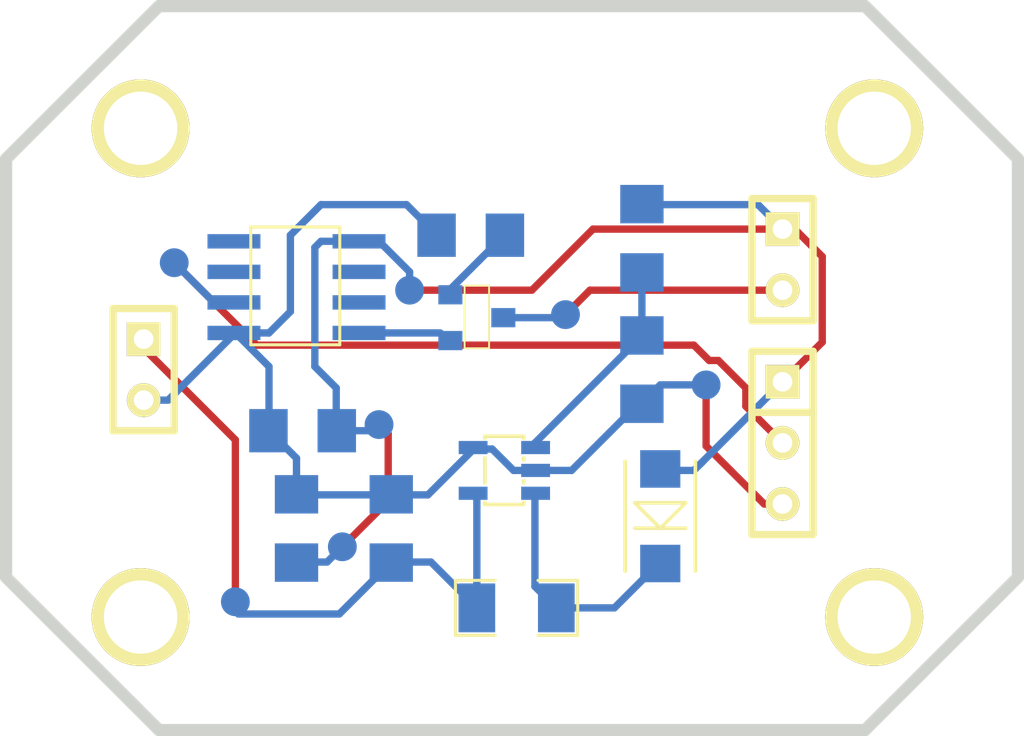
<source format=kicad_pcb>
(kicad_pcb (version 4) (host json2kicad_pcb "2021-11-30 02:51:55")

  (general
    (links 0)
    (no_connects 0)
    (area -41.148 -17.78 3.81 12.319)
    (thickness 1.6002)
    (drawings 0)
    (tracks 95)
    (zones 0)
    (modules 18)
    (nets 64)
  )

  (page A3)
  (title_block
    (date "30 dec 2015")
  )

  (layers
  (0 B.Cu signal)
  (1 Inner1.Cu signal)
  (2 Inner2.Cu signal)
  (15 F.Cu signal)
  (20 B.SilkS user)
  (21 F.SilkS user)
  (22 B.Paste user)
  (23 F.Paste user)
  (24 Dwgs.User user)
  (25 Cmts.User user)
  (26 Eco1.User user)
  (27 Eco2.User user)
  (28 Edge.Cuts user)
  (31 B.Cu signal)
  (32 B.Adhes user)
  (33 F.Adhes user)
  (34 B.Paste user)
  (35 F.Paste user)
  (36 B.SilkS user)
  (37 F.SilkS user)
  (38 B.Mask user)
  (39 F.Mask user)
  (40 Dwgs.User user)
  (41 Cmts.User user)
  (42 Eco1.User user)
  (43 Eco2.User user)
  (44 Edge.Cuts user)
  )

  (setup
(last_trace_width 0.254)
    (trace_clearance 0.254)
    (zone_clearance 0.508)
    (zone_45_only no)
    (trace_min 0.254)
    (segment_width 0.2)
    (edge_width 0.1)
    (via_size 1.19888)
    (via_drill 0.635)
    (via_min_size 0.889)
    (via_min_drill 0.508)
    (uvia_size 0.508)
    (uvia_drill 0.127)
    (uvias_allowed no)
    (uvia_min_size 0.508)
    (uvia_min_drill 0.127)
    (pcb_text_width 0.3)
    (pcb_text_size 1.5 1.5)
    (mod_edge_width 0.15)
    (mod_text_size 1 1)
    (mod_text_width 0.15)
    (pad_size 1.5 1.5)
    (pad_drill 0.6)
    (pad_to_mask_clearance 0)
    (aux_axis_origin 0 0)
    (visible_elements 7FFFFFFF)
    (pcbplotparams
      (layerselection 0x00030_80000001)
      (usegerberextensions true)
      (excludeedgelayer true)
      (linewidth 0.150000)
      (plotframeref false)
      (viasonmask false)
      (mode 1)
      (useauxorigin false)
      (hpglpennumber 1)
      (hpglpenspeed 20)
      (hpglpendiameter 15)
      (hpglpenoverlay 2)
      (psnegative false)
      (psa4output false)
      (plotreference true)
      (plotvalue true)
      (plotinvisibletext false)
      (padsonsilk false)
      (subtractmaskfromsilk false)
      (outputformat 1)
      (mirror false)
      (drillshape 1)
      (scaleselection 1)
      (outputdirectory ""))
  )

  (net 0 "")
  (net 1 "N-00001")
  (net 2 "N-00002")
  (net 3 "N-00003")
  (net 4 "N-00004")
  (net 5 "N-00005")
  (net 6 "N-00006")
  (net 7 "N-00007")
  (net 8 "N-00008")
  (net 9 "N-00009")
  (net 27 "N-00027")
  (net 29 "N-00029")
  (net 26 "N-00026")
  (net 28 "N-00028")
  (net 20 "N-00020")
  (net 30 "N-00030")
  (net 22 "N-00022")
  (net 31 "N-00031")
  (net 32 "N-00032")
  (net 33 "N-00033")
  (net 34 "N-00034")
  (net 35 "N-00035")
  (net 36 "N-00036")
  (net 37 "N-00037")
  (net 38 "N-00038")
  (net 39 "N-00039")
  (net 40 "N-00040")
  (net 41 "N-00041")
  (net 42 "N-00042")
  (net 43 "N-00043")
  (net 44 "N-00044")
  (net 45 "N-00045")
  (net 46 "N-00046")
  (net 47 "N-00047")
  (net 48 "N-00048")
  (net 49 "N-00049")
  (net 50 "N-00050")
  (net 51 "N-00051")
  (net 52 "N-00052")
  (net 53 "N-00053")
  (net 54 "N-00054")
  (net 55 "N-00055")
  (net 56 "N-00056")
  (net 57 "N-00057")
  (net 58 "N-00058")
  (net 59 "N-00059")
  (net 60 "N-00060")
  (net 61 "N-00061")
  (net 62 "N-00062")
  (net 63 "N-00063")
  (net 64 "N-00064")
  (net 77 "N-00077")
  (net 66 "N-00066")
  (net 67 "N-00067")
  (net 68 "N-00068")
  (net 69 "N-00069")
  (net 70 "N-00070")
  (net 71 "N-00071")
  (net 79 "N-00079")
  (net 83 "N-00083")
  (net 81 "N-00081")
  (net 75 "N-00075")
  (net 76 "N-00076")
  (net 88 "N-00088")

  (net_class Default "This is the default net class."
    (via_dia 1.19888)
    (via_drill 0.635)
    (uvia_drill 0.127)
    (trace_width 0.254)
    (uvia_dia 0.508)
    (clearance 0.254)
    (add_net "")
    (add_net "N-00001")
    (add_net "N-00002")
    (add_net "N-00003")
    (add_net "N-00004")
    (add_net "N-00005")
    (add_net "N-00006")
    (add_net "N-00007")
    (add_net "N-00008")
    (add_net "N-00009")
    (add_net "N-00020")
    (add_net "N-00022")
    (add_net "N-00026")
    (add_net "N-00027")
    (add_net "N-00028")
    (add_net "N-00029")
    (add_net "N-00030")
    (add_net "N-00031")
    (add_net "N-00032")
    (add_net "N-00033")
    (add_net "N-00026")
    (add_net "N-00027")
    (add_net "N-00020")
    (add_net "N-00037")
    (add_net "N-00022")
    (add_net "N-00039")
    (add_net "N-00040")
    (add_net "N-00041")
    (add_net "N-00042")
    (add_net "N-00043")
    (add_net "N-00044")
    (add_net "N-00045")
    (add_net "N-00046")
    (add_net "N-00047")
    (add_net "N-00048")
    (add_net "")
    (add_net "N-00050")
    (add_net "N-00051")
    (add_net "N-00052")
    (add_net "N-00004")
    (add_net "N-00054")
    (add_net "N-00055")
    (add_net "N-00056")
    (add_net "N-00008")
    (add_net "N-00058")
    (add_net "N-00059")
    (add_net "N-00060")
    (add_net "N-00061")
    (add_net "N-00062")
    (add_net "N-00063")
    (add_net "N-00064")
    (add_net "N-00066")
    (add_net "N-00067")
    (add_net "N-00068")
    (add_net "N-00069")
    (add_net "N-00070")
    (add_net "N-00071")
    (add_net "N-00075")
    (add_net "N-00076")
    (add_net "N-00077")
    (add_net "N-00079")
    (add_net "N-00081")
    (add_net "N-00083")
    (add_net "N-00088")
    (add_net "N-00059")
    (add_net "N-00058")
    (add_net "N-00055")
    (add_net "N-00054")
    (add_net "N-00057")
    (add_net "N-00056")
    (add_net "N-00051")
    (add_net "N-00050")
    (add_net "N-00053")
    (add_net "N-00052")
    (add_net "N-00088")
    (add_net "N-00083")
    (add_net "N-00081")
    (add_net "N-00003")
    (add_net "N-00007")
    (add_net "N-00034")
    (add_net "N-00035")
    (add_net "N-00036")
    (add_net "N-00039")
    (add_net "N-00038")
    (add_net "N-00038")
    (add_net "N-00033")
    (add_net "N-00032")
    (add_net "N-00031")
    (add_net "N-00030")
    (add_net "N-00037")
    (add_net "N-00036")
    (add_net "N-00035")
    (add_net "N-00034")
    (add_net "N-00028")
    (add_net "N-00029")
    (add_net "N-00060")
    (add_net "N-00061")
    (add_net "N-00062")
    (add_net "N-00063")
    (add_net "N-00064")
    (add_net "N-00066")
    (add_net "N-00067")
    (add_net "N-00068")
    (add_net "N-00069")
    (add_net "N-00049")
    (add_net "N-00002")
    (add_net "N-00006")
    (add_net "N-00053")
    (add_net "N-00057")
    (add_net "N-00048")
    (add_net "N-00049")
    (add_net "N-00046")
    (add_net "N-00047")
    (add_net "N-00044")
    (add_net "N-00045")
    (add_net "N-00042")
    (add_net "N-00043")
    (add_net "N-00040")
    (add_net "N-00041")
    (add_net "N-00001")
    (add_net "N-00005")
    (add_net "N-00009")
    (add_net "N-00077")
    (add_net "N-00076")
    (add_net "N-00075")
    (add_net "N-00071")
    (add_net "N-00070")
    (add_net "N-00079")
  )
  (module "C1206"
    (layer "F.Cu")
    (tedit 0)
    (tstamp 0)
    (at -25.146 3.937 90.00)
    (fp_text reference "C3"
      (at -0.635 0.0 0.00)
      (layer Eco1.User)
      (effects (font (size 1.27 0.0)
        (thickness 0.0)))
    )
    (fp_text value "1uF"
      (at 3.175 0.0 0.00)
      (layer Eco1.User)
      (effects (font (size 1.27 0.0)
        (thickness 0.0)))
    )
    (fp_line (start 0.9525 0.8128) (end -0.9652 0.8128) (layer Cmts.User) (width 0.1524))
    (fp_line (start 0.9525 -0.8128) (end -0.9652 -0.8128) (layer Cmts.User) (width 0.1524))
    (fp_line (start -1.6891 0.8763) (end -0.9525 0.8763) (layer Cmts.User) (width 0.127))
    (fp_line (start -0.9525 0.8763) (end -0.9525 -0.8763) (layer Cmts.User) (width 0.127))
    (fp_line (start -0.9525 -0.8763) (end -1.6891 -0.8763) (layer Cmts.User) (width 0.127))
    (fp_line (start -1.6891 -0.8763) (end -1.6891 0.8763) (layer Cmts.User) (width 0.127))
    (fp_line (start 0.9525 0.8763) (end 1.6891 0.8763) (layer Cmts.User) (width 0.127))
    (fp_line (start 1.6891 0.8763) (end 1.6891 -0.8763) (layer Cmts.User) (width 0.127))
    (fp_line (start 1.6891 -0.8763) (end 0.9525 -0.8763) (layer Cmts.User) (width 0.127))
    (fp_line (start 0.9525 -0.8763) (end 0.9525 0.8763) (layer Cmts.User) (width 0.127))
    (pad 2 smd rect (at 1.41986 0.0 90.00) (size 1.59766 1.80086) (drill 0.0) (layers "F.Cu" "F.Paste") (net 64 N-00064))
    (pad 1 smd rect (at -1.41986 0.0 90.00) (size 1.59766 1.80086) (drill 0.0) (layers "F.Cu" "F.Paste") (net 83 N-00083))
  )

  (module "SOIC-8"
    (layer "F.Cu")
    (tedit 0)
    (tstamp 0)
    (at -29.083 -6.096 -90.00)
    (fp_text reference "IC1"
      (at -1.905 0.0 0.00)
      (layer Eco1.User)
      (effects (font (size 1.27 0.0)
        (thickness 0.0)))
    )
    (fp_text value "ATTINY13-P"
      (at -1.905 0.0 0.00)
      (layer Eco1.User)
      (effects (font (size 1.27 0.0)
        (thickness 0.0)))
    )
    (fp_line (start 2.39776 -1.89992) (end 2.39776 1.39954) (layer Cmts.User) (width 0.2032))
    (fp_line (start 2.39776 1.39954) (end 2.39776 1.89992) (layer Cmts.User) (width 0.2032))
    (fp_line (start 2.39776 1.89992) (end -2.39776 1.89992) (layer Cmts.User) (width 0.2032))
    (fp_line (start -2.39776 1.89992) (end -2.39776 1.39954) (layer Cmts.User) (width 0.2032))
    (fp_line (start -2.39776 1.39954) (end -2.39776 -1.89992) (layer Cmts.User) (width 0.2032))
    (fp_line (start -2.39776 -1.89992) (end 2.39776 -1.89992) (layer Cmts.User) (width 0.2032))
    (fp_line (start 2.39776 1.39954) (end -2.39776 1.39954) (layer Cmts.User) (width 0.2032))
    (fp_line (start -2.49936 -1.79832) (end 2.39776 -1.79832) (layer F.SilkS) (width 0.127))
    (fp_line (start 2.39776 -1.79832) (end 2.39776 1.89992) (layer F.SilkS) (width 0.127))
    (fp_line (start 2.39776 1.89992) (end -2.49936 1.89992) (layer F.SilkS) (width 0.127))
    (fp_line (start -2.49936 1.89992) (end -2.49936 -1.79832) (layer F.SilkS) (width 0.127))
    (fp_line (start -2.14884 3.0988) (end -1.65862 3.0988) (layer Cmts.User) (width 0.127))
    (fp_line (start -1.65862 3.0988) (end -1.65862 1.99898) (layer Cmts.User) (width 0.127))
    (fp_line (start -1.65862 1.99898) (end -2.14884 1.99898) (layer Cmts.User) (width 0.127))
    (fp_line (start -2.14884 1.99898) (end -2.14884 3.0988) (layer Cmts.User) (width 0.127))
    (fp_line (start -0.87884 3.0988) (end -0.38862 3.0988) (layer Cmts.User) (width 0.127))
    (fp_line (start -0.38862 3.0988) (end -0.38862 1.99898) (layer Cmts.User) (width 0.127))
    (fp_line (start -0.38862 1.99898) (end -0.87884 1.99898) (layer Cmts.User) (width 0.127))
    (fp_line (start -0.87884 1.99898) (end -0.87884 3.0988) (layer Cmts.User) (width 0.127))
    (fp_line (start 0.38862 3.0988) (end 0.87884 3.0988) (layer Cmts.User) (width 0.127))
    (fp_line (start 0.87884 3.0988) (end 0.87884 1.99898) (layer Cmts.User) (width 0.127))
    (fp_line (start 0.87884 1.99898) (end 0.38862 1.99898) (layer Cmts.User) (width 0.127))
    (fp_line (start 0.38862 1.99898) (end 0.38862 3.0988) (layer Cmts.User) (width 0.127))
    (fp_line (start 1.65862 3.0988) (end 2.14884 3.0988) (layer Cmts.User) (width 0.127))
    (fp_line (start 2.14884 3.0988) (end 2.14884 1.99898) (layer Cmts.User) (width 0.127))
    (fp_line (start 2.14884 1.99898) (end 1.65862 1.99898) (layer Cmts.User) (width 0.127))
    (fp_line (start 1.65862 1.99898) (end 1.65862 3.0988) (layer Cmts.User) (width 0.127))
    (fp_line (start 1.65862 -1.99898) (end 2.14884 -1.99898) (layer Cmts.User) (width 0.127))
    (fp_line (start 2.14884 -1.99898) (end 2.14884 -3.0988) (layer Cmts.User) (width 0.127))
    (fp_line (start 2.14884 -3.0988) (end 1.65862 -3.0988) (layer Cmts.User) (width 0.127))
    (fp_line (start 1.65862 -3.0988) (end 1.65862 -1.99898) (layer Cmts.User) (width 0.127))
    (fp_line (start 0.38862 -1.99898) (end 0.87884 -1.99898) (layer Cmts.User) (width 0.127))
    (fp_line (start 0.87884 -1.99898) (end 0.87884 -3.0988) (layer Cmts.User) (width 0.127))
    (fp_line (start 0.87884 -3.0988) (end 0.38862 -3.0988) (layer Cmts.User) (width 0.127))
    (fp_line (start 0.38862 -3.0988) (end 0.38862 -1.99898) (layer Cmts.User) (width 0.127))
    (fp_line (start -0.87884 -1.99898) (end -0.38862 -1.99898) (layer Cmts.User) (width 0.127))
    (fp_line (start -0.38862 -1.99898) (end -0.38862 -3.0988) (layer Cmts.User) (width 0.127))
    (fp_line (start -0.38862 -3.0988) (end -0.87884 -3.0988) (layer Cmts.User) (width 0.127))
    (fp_line (start -0.87884 -3.0988) (end -0.87884 -1.99898) (layer Cmts.User) (width 0.127))
    (fp_line (start -2.14884 -1.99898) (end -1.65862 -1.99898) (layer Cmts.User) (width 0.127))
    (fp_line (start -1.65862 -1.99898) (end -1.65862 -3.0988) (layer Cmts.User) (width 0.127))
    (fp_line (start -1.65862 -3.0988) (end -2.14884 -3.0988) (layer Cmts.User) (width 0.127))
    (fp_line (start -2.14884 -3.0988) (end -2.14884 -1.99898) (layer Cmts.User) (width 0.127))
    (pad 2 smd rect (at -0.635 2.59842 -90.00) (size 0.59944 2.19964) (drill 0.0) (layers "F.Cu" "F.Paste") (net 69 N-00069))
    (pad 7 smd rect (at -0.635 -2.59842 -90.00) (size 0.59944 2.19964) (drill 0.0) (layers "F.Cu" "F.Paste") (net 70 N-00070))
    (pad 1 smd rect (at -1.905 2.59842 -90.00) (size 0.59944 2.19964) (drill 0.0) (layers "F.Cu" "F.Paste") (net 71 N-00071))
    (pad 3 smd rect (at 0.635 2.59842 -90.00) (size 0.59944 2.19964) (drill 0.0) (layers "F.Cu" "F.Paste") (net 63 N-00063))
    (pad 4 smd rect (at 1.905 2.59842 -90.00) (size 0.59944 2.19964) (drill 0.0) (layers "F.Cu" "F.Paste") (net 64 N-00064))
    (pad 8 smd rect (at -1.905 -2.59842 -90.00) (size 0.59944 2.19964) (drill 0.0) (layers "F.Cu" "F.Paste") (net 61 N-00061))
    (pad 6 smd rect (at 0.635 -2.59842 -90.00) (size 0.59944 2.19964) (drill 0.0) (layers "F.Cu" "F.Paste") (net 75 N-00075))
    (pad 5 smd rect (at 1.905 -2.59842 -90.00) (size 0.59944 2.19964) (drill 0.0) (layers "F.Cu" "F.Paste") (net 76 N-00076))
  )

  (module "C1206"
    (layer "F.Cu")
    (tedit 0)
    (tstamp 0)
    (at -28.829 -0.127 -180.00)
    (fp_text reference "C1"
      (at -0.635 0.0 0.00)
      (layer Eco1.User)
      (effects (font (size 1.27 0.0)
        (thickness 0.0)))
    )
    (fp_text value "C"
      (at 3.175 0.0 0.00)
      (layer Eco1.User)
      (effects (font (size 1.27 0.0)
        (thickness 0.0)))
    )
    (fp_line (start 0.9525 0.8128) (end -0.9652 0.8128) (layer Cmts.User) (width 0.1524))
    (fp_line (start 0.9525 -0.8128) (end -0.9652 -0.8128) (layer Cmts.User) (width 0.1524))
    (fp_line (start -1.6891 0.8763) (end -0.9525 0.8763) (layer Cmts.User) (width 0.127))
    (fp_line (start -0.9525 0.8763) (end -0.9525 -0.8763) (layer Cmts.User) (width 0.127))
    (fp_line (start -0.9525 -0.8763) (end -1.6891 -0.8763) (layer Cmts.User) (width 0.127))
    (fp_line (start -1.6891 -0.8763) (end -1.6891 0.8763) (layer Cmts.User) (width 0.127))
    (fp_line (start 0.9525 0.8763) (end 1.6891 0.8763) (layer Cmts.User) (width 0.127))
    (fp_line (start 1.6891 0.8763) (end 1.6891 -0.8763) (layer Cmts.User) (width 0.127))
    (fp_line (start 1.6891 -0.8763) (end 0.9525 -0.8763) (layer Cmts.User) (width 0.127))
    (fp_line (start 0.9525 -0.8763) (end 0.9525 0.8763) (layer Cmts.User) (width 0.127))
    (pad 2 smd rect (at 1.41986 0.0 -180.00) (size 1.59766 1.80086) (drill 0.0) (layers "F.Cu" "F.Paste") (net 64 N-00064))
    (pad 1 smd rect (at -1.41986 0.0 -180.00) (size 1.59766 1.80086) (drill 0.0) (layers "F.Cu" "F.Paste") (net 61 N-00061))
  )

  (module "SOT23"
    (layer "F.Cu")
    (tedit 0)
    (tstamp 0)
    (at -21.59 -4.826 -90.00)
    (fp_text reference "Q1"
      (at -0.09906 0.0 0.00)
      (layer F.SilkS)
      (effects (font (size 0.762 0.0)
        (thickness 0.0)))
    )
    (fp_text value "NPN"
      (at 0.0 0.0 0.00)
      (layer F.SilkS)
      (effects (font (size 0.50038 0.0)
        (thickness 0.0)))
    )
    (fp_line (start 1.27 -0.508) (end 1.27 0.508) (layer F.SilkS) (width 0.07874))
    (fp_line (start -1.3335 -0.508) (end -1.3335 0.508) (layer F.SilkS) (width 0.07874))
    (fp_line (start 1.27 0.508) (end -1.3335 0.508) (layer F.SilkS) (width 0.07874))
    (fp_line (start -1.3335 -0.508) (end 1.27 -0.508) (layer F.SilkS) (width 0.07874))
    (pad 3 smd rect (at 0.0 -1.09982 -90.00) (size 0.8001 1.00076) (drill 0.0) (layers "F.Cu" "F.Paste") (net 62 N-00062))
    (pad 2 smd rect (at 0.9525 1.09982 -90.00) (size 0.8001 1.00076) (drill 0.0) (layers "F.Cu" "F.Paste") (net 76 N-00076))
    (pad 1 smd rect (at -0.9525 1.09982 -90.00) (size 0.8001 1.00076) (drill 0.0) (layers "F.Cu" "F.Paste") (net 77 N-00077))
  )

  (module "R1206"
    (layer "F.Cu")
    (tedit 0)
    (tstamp 0)
    (at -21.844 -8.255 -180.00)
    (fp_text reference "R1"
      (at -0.508 0.0 0.00)
      (layer Eco1.User)
      (effects (font (size 1.27 0.0)
        (thickness 0.0)))
    )
    (fp_text value "R"
      (at 3.048 0.0 0.00)
      (layer Eco1.User)
      (effects (font (size 1.27 0.0)
        (thickness 0.0)))
    )
    (fp_line (start 0.9525 0.8128) (end -0.9652 0.8128) (layer Cmts.User) (width 0.1524))
    (fp_line (start 0.9525 -0.8128) (end -0.9652 -0.8128) (layer Cmts.User) (width 0.1524))
    (fp_line (start -1.6891 0.8763) (end -0.9525 0.8763) (layer Cmts.User) (width 0.127))
    (fp_line (start -0.9525 0.8763) (end -0.9525 -0.8763) (layer Cmts.User) (width 0.127))
    (fp_line (start -0.9525 -0.8763) (end -1.6891 -0.8763) (layer Cmts.User) (width 0.127))
    (fp_line (start -1.6891 -0.8763) (end -1.6891 0.8763) (layer Cmts.User) (width 0.127))
    (fp_line (start 0.9525 0.8763) (end 1.6891 0.8763) (layer Cmts.User) (width 0.127))
    (fp_line (start 1.6891 0.8763) (end 1.6891 -0.8763) (layer Cmts.User) (width 0.127))
    (fp_line (start 1.6891 -0.8763) (end 0.9525 -0.8763) (layer Cmts.User) (width 0.127))
    (fp_line (start 0.9525 -0.8763) (end 0.9525 0.8763) (layer Cmts.User) (width 0.127))
    (pad 2 smd rect (at 1.41986 0.0 -180.00) (size 1.59766 1.80086) (drill 0.0) (layers "F.Cu" "F.Paste") (net 64 N-00064))
    (pad 1 smd rect (at -1.41986 0.0 -180.00) (size 1.59766 1.80086) (drill 0.0) (layers "F.Cu" "F.Paste") (net 77 N-00077))
  )

  (module "SIL-2"
    (layer "F.Cu")
    (tedit 0)
    (tstamp 0)
    (at -8.89 -7.239 -90.00)
    (fp_text reference "P2"
      (at -2.54 0.0 0.00)
      (layer F.SilkS)
      (effects (font (size 1.08712 0.0)
        (thickness 0.0)))
    )
    (fp_text value "palm_led"
      (at -2.54 0.0 0.00)
      (layer F.SilkS)
      (effects (font (size 1.016 0.0)
        (thickness 0.0)))
    )
    (fp_line (start -2.54 1.27) (end -2.54 -1.27) (layer F.SilkS) (width 0.3048))
    (fp_line (start -2.54 -1.27) (end 2.54 -1.27) (layer F.SilkS) (width 0.3048))
    (fp_line (start 2.54 -1.27) (end 2.54 1.27) (layer F.SilkS) (width 0.3048))
    (fp_line (start 2.54 1.27) (end -2.54 1.27) (layer F.SilkS) (width 0.3048))
    (pad 1 thru_hole rect (at -1.27 0.0 -90.00) (size 1.397 1.397) (drill 0.8128) (layers "B.Cu" "Inner1.Cu" "Inner2.Cu" "F.Cu" "F.SilkS" "B.Paste" "F.Paste") (net 61 N-00061))
    (pad 2 thru_hole circle (at 1.27 0.0 -90.00) (size 1.397 1.397) (drill 0.8128) (layers "B.Cu" "Inner1.Cu" "Inner2.Cu" "F.Cu" "F.SilkS" "B.Paste" "F.Paste") (net 62 N-00062))
  )

  (module "C1206"
    (layer "F.Cu")
    (tedit 0)
    (tstamp 0)
    (at -29.083 3.937 90.00)
    (fp_text reference "C2"
      (at -0.635 0.0 0.00)
      (layer Eco1.User)
      (effects (font (size 1.27 0.0)
        (thickness 0.0)))
    )
    (fp_text value "1uF"
      (at 3.175 0.0 0.00)
      (layer Eco1.User)
      (effects (font (size 1.27 0.0)
        (thickness 0.0)))
    )
    (fp_line (start 0.9525 0.8128) (end -0.9652 0.8128) (layer Cmts.User) (width 0.1524))
    (fp_line (start 0.9525 -0.8128) (end -0.9652 -0.8128) (layer Cmts.User) (width 0.1524))
    (fp_line (start -1.6891 0.8763) (end -0.9525 0.8763) (layer Cmts.User) (width 0.127))
    (fp_line (start -0.9525 0.8763) (end -0.9525 -0.8763) (layer Cmts.User) (width 0.127))
    (fp_line (start -0.9525 -0.8763) (end -1.6891 -0.8763) (layer Cmts.User) (width 0.127))
    (fp_line (start -1.6891 -0.8763) (end -1.6891 0.8763) (layer Cmts.User) (width 0.127))
    (fp_line (start 0.9525 0.8763) (end 1.6891 0.8763) (layer Cmts.User) (width 0.127))
    (fp_line (start 1.6891 0.8763) (end 1.6891 -0.8763) (layer Cmts.User) (width 0.127))
    (fp_line (start 1.6891 -0.8763) (end 0.9525 -0.8763) (layer Cmts.User) (width 0.127))
    (fp_line (start 0.9525 -0.8763) (end 0.9525 0.8763) (layer Cmts.User) (width 0.127))
    (pad 2 smd rect (at 1.41986 0.0 90.00) (size 1.59766 1.80086) (drill 0.0) (layers "F.Cu" "F.Paste") (net 64 N-00064))
    (pad 1 smd rect (at -1.41986 0.0 90.00) (size 1.59766 1.80086) (drill 0.0) (layers "F.Cu" "F.Paste") (net 61 N-00061))
  )

  (module "SIL-3"
    (layer "F.Cu")
    (tedit 0)
    (tstamp 0)
    (at -8.89 0.381 -90.00)
    (fp_text reference "K2"
      (at -2.54 0.0 0.00)
      (layer F.SilkS)
      (effects (font (size 1.07696 0.0)
        (thickness 0.0)))
    )
    (fp_text value "sense_pot"
      (at -2.54 0.0 0.00)
      (layer F.SilkS)
      (effects (font (size 1.016 0.0)
        (thickness 0.0)))
    )
    (fp_line (start -3.81 1.27) (end -3.81 -1.27) (layer F.SilkS) (width 0.3048))
    (fp_line (start -3.81 -1.27) (end 3.81 -1.27) (layer F.SilkS) (width 0.3048))
    (fp_line (start 3.81 -1.27) (end 3.81 1.27) (layer F.SilkS) (width 0.3048))
    (fp_line (start 3.81 1.27) (end -3.81 1.27) (layer F.SilkS) (width 0.3048))
    (fp_line (start -1.27 -1.27) (end -1.27 1.27) (layer F.SilkS) (width 0.3048))
    (pad 1 thru_hole rect (at -2.54 0.0 -90.00) (size 1.397 1.397) (drill 0.8128) (layers "B.Cu" "Inner1.Cu" "Inner2.Cu" "F.Cu" "F.SilkS" "B.Paste" "F.Paste") (net 61 N-00061))
    (pad 2 thru_hole circle (at 0.0 0.0 -90.00) (size 1.397 1.397) (drill 0.8128) (layers "B.Cu" "Inner1.Cu" "Inner2.Cu" "F.Cu" "F.SilkS" "B.Paste" "F.Paste") (net 63 N-00063))
    (pad 3 thru_hole circle (at 2.54 0.0 -90.00) (size 1.397 1.397) (drill 0.8128) (layers "B.Cu" "Inner1.Cu" "Inner2.Cu" "F.Cu" "F.SilkS" "B.Paste" "F.Paste") (net 64 N-00064))
  )

  (module "1pin"
    (layer "F.Cu")
    (tedit 0)
    (tstamp 0)
    (at -5.08 7.62 0.00)
    (fp_text reference "P3"
      (at -3.048 0.0 0.00)
      (layer F.SilkS)
      (effects (font (size 1.016 0.0)
        (thickness 0.0)))
    )
    (fp_text value "~CONN_1"
      (at 2.794 0.0 0.00)
      (layer F.SilkS)
      (effects (font (size 1.016 0.0)
        (thickness 0.0)))
    )
    (pad 1 thru_hole circle (at 0.0 0.0 0.00) (size 4.064 4.064) (drill 3.048) (layers "B.Cu" "Inner1.Cu" "Inner2.Cu" "F.Cu" "F.SilkS" "B.Paste" "F.Paste") (net 28 N-00028))
  )

  (module "1pin"
    (layer "F.Cu")
    (tedit 0)
    (tstamp 0)
    (at -5.08 -12.7 0.00)
    (fp_text reference "P4"
      (at -3.048 0.0 0.00)
      (layer F.SilkS)
      (effects (font (size 1.016 0.0)
        (thickness 0.0)))
    )
    (fp_text value "~CONN_1"
      (at 2.794 0.0 0.00)
      (layer F.SilkS)
      (effects (font (size 1.016 0.0)
        (thickness 0.0)))
    )
    (pad 1 thru_hole circle (at 0.0 0.0 0.00) (size 4.064 4.064) (drill 3.048) (layers "B.Cu" "Inner1.Cu" "Inner2.Cu" "F.Cu" "F.SilkS" "B.Paste" "F.Paste") (net 29 N-00029))
  )

  (module "1pin"
    (layer "F.Cu")
    (tedit 0)
    (tstamp 0)
    (at -35.56 -12.7 0.00)
    (fp_text reference "P5"
      (at -3.048 0.0 0.00)
      (layer F.SilkS)
      (effects (font (size 1.016 0.0)
        (thickness 0.0)))
    )
    (fp_text value "~CONN_1"
      (at 2.794 0.0 0.00)
      (layer F.SilkS)
      (effects (font (size 1.016 0.0)
        (thickness 0.0)))
    )
    (pad 1 thru_hole circle (at 0.0 0.0 0.00) (size 4.064 4.064) (drill 3.048) (layers "B.Cu" "Inner1.Cu" "Inner2.Cu" "F.Cu" "F.SilkS" "B.Paste" "F.Paste") (net 30 N-00030))
  )

  (module "1pin"
    (layer "F.Cu")
    (tedit 0)
    (tstamp 0)
    (at -35.56 7.62 0.00)
    (fp_text reference "P6"
      (at -3.048 0.0 0.00)
      (layer F.SilkS)
      (effects (font (size 1.016 0.0)
        (thickness 0.0)))
    )
    (fp_text value "~CONN_1"
      (at 2.794 0.0 0.00)
      (layer F.SilkS)
      (effects (font (size 1.016 0.0)
        (thickness 0.0)))
    )
    (pad 1 thru_hole circle (at 0.0 0.0 0.00) (size 4.064 4.064) (drill 3.048) (layers "B.Cu" "Inner1.Cu" "Inner2.Cu" "F.Cu" "F.SilkS" "B.Paste" "F.Paste") (net 27 N-00027))
  )

  (segment (start -27.432 -0.127) (end -27.432 -1.905) (width 0.3048) (layer F.Cu) (net 61))
  (segment (start -27.432 -1.905) (end -28.321 -2.794) (width 0.3048) (layer F.Cu) (net 61))
  (segment (start -28.321 -2.794) (end -28.321 -7.747) (width 0.3048) (layer F.Cu) (net 61))
  (segment (start -28.321 -7.747) (end -28.067 -8.001) (width 0.3048) (layer F.Cu) (net 61))
  (segment (start -28.067 -8.001) (end -26.543 -8.001) (width 0.3048) (layer F.Cu) (net 61))
  (segment (start -26.543 -8.001) (end -25.654 -8.001) (width 0.3048) (layer F.Cu) (net 61))
  (module "SM1206"
    (layer "F.Cu")
    (tedit 0)
    (tstamp 0)
    (at -19.939 7.239 0.00)
    (fp_text reference "L1"
      (at 0.0 0.0 0.00)
      (layer F.SilkS)
      (effects (font (size 0.762 0.0)
        (thickness 0.0)))
    )
    (fp_text value "INDUCTOR"
      (at 0.0 0.0 0.00)
      (layer F.SilkS)
      (effects (font (size 0.762 0.0)
        (thickness 0.0)))
    )
    (fp_line (start -2.54 -1.143) (end -2.54 1.143) (layer F.SilkS) (width 0.127))
    (fp_line (start -2.54 1.143) (end -0.889 1.143) (layer F.SilkS) (width 0.127))
    (fp_line (start 0.889 -1.143) (end 2.54 -1.143) (layer F.SilkS) (width 0.127))
    (fp_line (start 2.54 -1.143) (end 2.54 1.143) (layer F.SilkS) (width 0.127))
    (fp_line (start 2.54 1.143) (end 0.889 1.143) (layer F.SilkS) (width 0.127))
    (fp_line (start -0.889 -1.143) (end -2.54 -1.143) (layer F.SilkS) (width 0.127))
    (pad 1 smd rect (at -1.651 0.0 0.00) (size 1.524 2.032) (drill 0.0) (layers "F.Cu" "F.Paste") (net 83 N-00083))
    (pad 2 smd rect (at 1.651 0.0 0.00) (size 1.524 2.032) (drill 0.0) (layers "F.Cu" "F.Paste") (net 79 N-00079))
  )

  (segment (start -24.384 -5.969) (end -24.384 -5.969) (width 1.19888) (layer F.Cu) (net 61))
  (segment (start -26.543 -4.191) (end -23.114 -4.191) (width 0.3048) (layer F.Cu) (net 76))
  (segment (start -29.083 1.016) (end -30.226 -0.127) (width 0.3048) (layer F.Cu) (net 64))
  (module "R1206"
    (layer "F.Cu")
    (tedit 0)
    (tstamp 0)
    (at -14.732 -2.667 -90.00)
    (fp_text reference "R3"
      (at -0.508 0.0 0.00)
      (layer Eco1.User)
      (effects (font (size 1.27 0.0)
        (thickness 0.0)))
    )
    (fp_text value "R"
      (at 3.048 0.0 0.00)
      (layer Eco1.User)
      (effects (font (size 1.27 0.0)
        (thickness 0.0)))
    )
    (fp_line (start 0.9525 0.8128) (end -0.9652 0.8128) (layer Cmts.User) (width 0.1524))
    (fp_line (start 0.9525 -0.8128) (end -0.9652 -0.8128) (layer Cmts.User) (width 0.1524))
    (fp_line (start -1.6891 0.8763) (end -0.9525 0.8763) (layer Cmts.User) (width 0.127))
    (fp_line (start -0.9525 0.8763) (end -0.9525 -0.8763) (layer Cmts.User) (width 0.127))
    (fp_line (start -0.9525 -0.8763) (end -1.6891 -0.8763) (layer Cmts.User) (width 0.127))
    (fp_line (start -1.6891 -0.8763) (end -1.6891 0.8763) (layer Cmts.User) (width 0.127))
    (fp_line (start 0.9525 0.8763) (end 1.6891 0.8763) (layer Cmts.User) (width 0.127))
    (fp_line (start 1.6891 0.8763) (end 1.6891 -0.8763) (layer Cmts.User) (width 0.127))
    (fp_line (start 1.6891 -0.8763) (end 0.9525 -0.8763) (layer Cmts.User) (width 0.127))
    (fp_line (start 0.9525 -0.8763) (end 0.9525 0.8763) (layer Cmts.User) (width 0.127))
    (pad 2 smd rect (at 1.41986 0.0 -90.00) (size 1.59766 1.80086) (drill 0.0) (layers "F.Cu" "F.Paste") (net 64 N-00064))
    (pad 1 smd rect (at -1.41986 0.0 -90.00) (size 1.59766 1.80086) (drill 0.0) (layers "F.Cu" "F.Paste") (net 81 N-00081))
  )

  (segment (start -29.083 2.54) (end -29.083 1.016) (width 0.3048) (layer F.Cu) (net 64))
  (segment (start -22.733 -5.969) (end -20.447 -8.255) (width 0.3048) (layer F.Cu) (net 77))
  (segment (start -22.733 -5.715) (end -22.733 -5.969) (width 0.3048) (layer F.Cu) (net 77))
  (module "SOT-23-5"
    (layer "F.Cu")
    (tedit 0)
    (tstamp 0)
    (at -20.447 1.524 90.00)
    (fp_text reference "U3"
      (at -1.5875 0.0 0.00)
      (layer Eco1.User)
      (effects (font (size 1.27 0.0)
        (thickness 0.0)))
    )
    (fp_text value "IC_FAN5331-SOT-23-5_SOT-23-5"
      (at 4.064 0.0 0.00)
      (layer Eco1.User)
      (effects (font (size 1.27 0.0)
        (thickness 0.0)))
    )
    (fp_line (start 1.41986 -0.80772) (end 1.41986 0.80772) (layer F.SilkS) (width 0.1524))
    (fp_line (start 1.41986 0.80772) (end -1.41986 0.80772) (layer Cmts.User) (width 0.1524))
    (fp_line (start -1.41986 0.80772) (end -1.41986 -0.80772) (layer F.SilkS) (width 0.1524))
    (fp_line (start -1.41986 -0.80772) (end 1.41986 -0.80772) (layer Cmts.User) (width 0.1524))
    (fp_line (start -0.5207 -0.80772) (end 0.5207 -0.80772) (layer F.SilkS) (width 0.1524))
    (fp_line (start -0.42672 0.80772) (end -0.5207 0.80772) (layer F.SilkS) (width 0.1524))
    (fp_line (start 0.5207 0.80772) (end 0.42672 0.80772) (layer F.SilkS) (width 0.1524))
    (fp_line (start -1.32588 0.80772) (end -1.41986 0.80772) (layer F.SilkS) (width 0.1524))
    (fp_line (start 1.41986 0.80772) (end 1.32588 0.80772) (layer F.SilkS) (width 0.1524))
    (fp_line (start 1.32588 -0.80772) (end 1.41986 -0.80772) (layer F.SilkS) (width 0.1524))
    (fp_line (start -1.41986 -0.80772) (end -1.32588 -0.80772) (layer F.SilkS) (width 0.1524))
    (fp_line (start -1.19888 1.4986) (end -0.6985 1.4986) (layer Cmts.User) (width 0.127))
    (fp_line (start -0.6985 1.4986) (end -0.6985 0.84836) (layer Cmts.User) (width 0.127))
    (fp_line (start -0.6985 0.84836) (end -1.19888 0.84836) (layer Cmts.User) (width 0.127))
    (fp_line (start -1.19888 0.84836) (end -1.19888 1.4986) (layer Cmts.User) (width 0.127))
    (fp_line (start -0.24892 1.4986) (end 0.24892 1.4986) (layer Cmts.User) (width 0.127))
    (fp_line (start 0.24892 1.4986) (end 0.24892 0.84836) (layer Cmts.User) (width 0.127))
    (fp_line (start 0.24892 0.84836) (end -0.24892 0.84836) (layer Cmts.User) (width 0.127))
    (fp_line (start -0.24892 0.84836) (end -0.24892 1.4986) (layer Cmts.User) (width 0.127))
    (fp_line (start 0.6985 1.4986) (end 1.19888 1.4986) (layer Cmts.User) (width 0.127))
    (fp_line (start 1.19888 1.4986) (end 1.19888 0.84836) (layer Cmts.User) (width 0.127))
    (fp_line (start 1.19888 0.84836) (end 0.6985 0.84836) (layer Cmts.User) (width 0.127))
    (fp_line (start 0.6985 0.84836) (end 0.6985 1.4986) (layer Cmts.User) (width 0.127))
    (fp_line (start 0.6985 -0.84836) (end 1.19888 -0.84836) (layer Cmts.User) (width 0.127))
    (fp_line (start 1.19888 -0.84836) (end 1.19888 -1.4986) (layer Cmts.User) (width 0.127))
    (fp_line (start 1.19888 -1.4986) (end 0.6985 -1.4986) (layer Cmts.User) (width 0.127))
    (fp_line (start 0.6985 -1.4986) (end 0.6985 -0.84836) (layer Cmts.User) (width 0.127))
    (fp_line (start -1.19888 -0.84836) (end -0.6985 -0.84836) (layer Cmts.User) (width 0.127))
    (fp_line (start -0.6985 -0.84836) (end -0.6985 -1.4986) (layer Cmts.User) (width 0.127))
    (fp_line (start -0.6985 -1.4986) (end -1.19888 -1.4986) (layer Cmts.User) (width 0.127))
    (fp_line (start -1.19888 -1.4986) (end -1.19888 -0.84836) (layer Cmts.User) (width 0.127))
    (pad 1 smd rect (at -0.94996 1.29794 90.00) (size 0.54864 1.19888) (drill 0.0) (layers "F.Cu" "F.Paste") (net 79 N-00079))
    (pad 2 smd rect (at 0.0 1.29794 90.00) (size 0.54864 1.19888) (drill 0.0) (layers "F.Cu" "F.Paste") (net 64 N-00064))
    (pad 3 smd rect (at 0.94996 1.29794 90.00) (size 0.54864 1.19888) (drill 0.0) (layers "F.Cu" "F.Paste") (net 81 N-00081))
    (pad 4 smd rect (at 0.94996 -1.29794 90.00) (size 0.54864 1.19888) (drill 0.0) (layers "F.Cu" "F.Paste") (net 64 N-00064))
    (pad 5 smd rect (at -0.94996 -1.29794 90.00) (size 0.54864 1.19888) (drill 0.0) (layers "F.Cu" "F.Paste") (net 83 N-00083))
  )

  (module "R1206"
    (layer "F.Cu")
    (tedit 0)
    (tstamp 0)
    (at -14.732 -8.128 -90.00)
    (fp_text reference "R2"
      (at -0.508 0.0 0.00)
      (layer Eco1.User)
      (effects (font (size 1.27 0.0)
        (thickness 0.0)))
    )
    (fp_text value "R"
      (at 3.048 0.0 0.00)
      (layer Eco1.User)
      (effects (font (size 1.27 0.0)
        (thickness 0.0)))
    )
    (fp_line (start 0.9525 0.8128) (end -0.9652 0.8128) (layer Cmts.User) (width 0.1524))
    (fp_line (start 0.9525 -0.8128) (end -0.9652 -0.8128) (layer Cmts.User) (width 0.1524))
    (fp_line (start -1.6891 0.8763) (end -0.9525 0.8763) (layer Cmts.User) (width 0.127))
    (fp_line (start -0.9525 0.8763) (end -0.9525 -0.8763) (layer Cmts.User) (width 0.127))
    (fp_line (start -0.9525 -0.8763) (end -1.6891 -0.8763) (layer Cmts.User) (width 0.127))
    (fp_line (start -1.6891 -0.8763) (end -1.6891 0.8763) (layer Cmts.User) (width 0.127))
    (fp_line (start 0.9525 0.8763) (end 1.6891 0.8763) (layer Cmts.User) (width 0.127))
    (fp_line (start 1.6891 0.8763) (end 1.6891 -0.8763) (layer Cmts.User) (width 0.127))
    (fp_line (start 1.6891 -0.8763) (end 0.9525 -0.8763) (layer Cmts.User) (width 0.127))
    (fp_line (start 0.9525 -0.8763) (end 0.9525 0.8763) (layer Cmts.User) (width 0.127))
    (pad 2 smd rect (at 1.41986 0.0 -90.00) (size 1.59766 1.80086) (drill 0.0) (layers "F.Cu" "F.Paste") (net 81 N-00081))
    (pad 1 smd rect (at -1.41986 0.0 -90.00) (size 1.59766 1.80086) (drill 0.0) (layers "F.Cu" "F.Paste") (net 61 N-00061))
  )

  (segment (start -30.226 -0.127) (end -30.226 -2.794) (width 0.3048) (layer F.Cu) (net 64))
  (segment (start -30.226 -2.794) (end -31.623 -4.191) (width 0.3048) (layer F.Cu) (net 64))
  (segment (start -23.114 -4.191) (end -22.733 -3.81) (width 0.3048) (layer F.Cu) (net 76))
  (module "DO-214AC"
    (layer "F.Cu")
    (tedit 0)
    (tstamp 0)
    (at -13.97 3.429 90.00)
    (fp_text reference "D1"
      (at -1.23952 0.0 0.00)
      (layer Eco1.User)
      (effects (font (size 1.27 0.0)
        (thickness 0.0)))
    )
    (fp_text value "DIODE"
      (at 3.63474 0.0 0.00)
      (layer Eco1.User)
      (effects (font (size 1.27 0.0)
        (thickness 0.0)))
    )
    (fp_line (start -2.28346 -1.45796) (end 2.28346 -1.45796) (layer F.SilkS) (width 0.1524))
    (fp_line (start -2.28346 1.45796) (end 2.28346 1.45796) (layer F.SilkS) (width 0.1524))
    (fp_line (start -0.49784 -1.05918) (end -0.49784 0.0) (layer F.SilkS) (width 0.1524))
    (fp_line (start -0.49784 0.0) (end -0.49784 1.05918) (layer F.SilkS) (width 0.1524))
    (fp_line (start 0.5588 1.05918) (end -0.49784 0.0) (layer F.SilkS) (width 0.1524))
    (fp_line (start -0.49784 0.0) (end 0.5588 -1.05918) (layer F.SilkS) (width 0.1524))
    (fp_line (start 0.5588 -1.05918) (end 0.5588 1.05918) (layer F.SilkS) (width 0.1524))
    (fp_line (start -2.28346 -1.45796) (end -2.28346 1.45796) (layer Cmts.User) (width 0.1524))
    (fp_line (start 2.28346 -1.45796) (end 2.28346 1.45796) (layer Cmts.User) (width 0.1524))
    (fp_line (start -2.413 0.635) (end -1.65354 0.635) (layer Cmts.User) (width 0.127))
    (fp_line (start -1.65354 0.635) (end -1.65354 -0.635) (layer Cmts.User) (width 0.127))
    (fp_line (start -1.65354 -0.635) (end -2.413 -0.635) (layer Cmts.User) (width 0.127))
    (fp_line (start -2.413 -0.635) (end -2.413 0.635) (layer Cmts.User) (width 0.127))
    (fp_line (start 1.65354 0.635) (end 2.413 0.635) (layer Cmts.User) (width 0.127))
    (fp_line (start 2.413 0.635) (end 2.413 -0.635) (layer Cmts.User) (width 0.127))
    (fp_line (start 2.413 -0.635) (end 1.65354 -0.635) (layer Cmts.User) (width 0.127))
    (fp_line (start 1.65354 -0.635) (end 1.65354 0.635) (layer Cmts.User) (width 0.127))
    (pad 2 smd rect (at 1.96596 0.0 90.00) (size 1.55956 1.66878) (drill 0.0) (layers "F.Cu" "F.Paste") (net 61 N-00061))
    (pad 1 smd rect (at -1.96596 0.0 90.00) (size 1.55956 1.66878) (drill 0.0) (layers "F.Cu" "F.Paste") (net 79 N-00079))
  )

  (segment (start -24.384 -6.731) (end -24.384 -5.969) (width 0.3048) (layer F.Cu) (net 61))
  (segment (start -25.654 -8.001) (end -24.384 -6.731) (width 0.3048) (layer F.Cu) (net 61))
  (module "SIL-2"
    (layer "F.Cu")
    (tedit 0)
    (tstamp 0)
    (at -35.433 -2.667 -90.00)
    (fp_text reference "P1"
      (at -2.54 0.0 0.00)
      (layer F.SilkS)
      (effects (font (size 1.08712 0.0)
        (thickness 0.0)))
    )
    (fp_text value "pwr"
      (at -2.54 0.0 0.00)
      (layer F.SilkS)
      (effects (font (size 1.016 0.0)
        (thickness 0.0)))
    )
    (fp_line (start -2.54 1.27) (end -2.54 -1.27) (layer F.SilkS) (width 0.3048))
    (fp_line (start -2.54 -1.27) (end 2.54 -1.27) (layer F.SilkS) (width 0.3048))
    (fp_line (start 2.54 -1.27) (end 2.54 1.27) (layer F.SilkS) (width 0.3048))
    (fp_line (start 2.54 1.27) (end -2.54 1.27) (layer F.SilkS) (width 0.3048))
    (pad 1 thru_hole rect (at -1.27 0.0 -90.00) (size 1.397 1.397) (drill 0.8128) (layers "B.Cu" "Inner1.Cu" "Inner2.Cu" "F.Cu" "F.SilkS" "B.Paste" "F.Paste") (net 83 N-00083))
    (pad 2 thru_hole circle (at 1.27 0.0 -90.00) (size 1.397 1.397) (drill 0.8128) (layers "B.Cu" "Inner1.Cu" "Inner2.Cu" "F.Cu" "F.SilkS" "B.Paste" "F.Paste") (net 64 N-00064))
  )

  (segment (start -35.433 -1.397) (end -34.417 -1.397) (width 0.3048) (layer F.Cu) (net 64))
  (segment (start -34.417 -1.397) (end -31.623 -4.191) (width 0.3048) (layer F.Cu) (net 64))
  (segment (start -35.433 -3.937) (end -35.433 -3.556) (width 0.3048) (layer B.Cu) (net 83))
  (segment (start -35.433 -3.556) (end -31.623 0.254) (width 0.3048) (layer B.Cu) (net 83))
  (segment (start -31.623 0.254) (end -31.623 6.985) (width 0.3048) (layer B.Cu) (net 83))
  (segment (start -31.623 6.985) (end -31.623 6.985) (width 1.19888) (layer F.Cu) (net 83))
  (segment (start -31.623 6.985) (end -31.623 7.366) (width 0.3048) (layer F.Cu) (net 83))
  (segment (start -31.623 7.366) (end -31.496 7.493) (width 0.3048) (layer F.Cu) (net 83))
  (segment (start -31.496 7.493) (end -27.305 7.493) (width 0.3048) (layer F.Cu) (net 83))
  (segment (start -27.305 7.493) (end -25.146 5.334) (width 0.3048) (layer F.Cu) (net 83))
  (segment (start -25.146 5.334) (end -23.495 5.334) (width 0.3048) (layer F.Cu) (net 83))
  (segment (start -21.59 2.54) (end -21.717 2.413) (width 0.3048) (layer F.Cu) (net 83))
  (segment (start -21.59 7.239) (end -21.59 2.54) (width 0.3048) (layer F.Cu) (net 83))
  (gr_line (start 0.889 -11.43) (end 0.889 5.969) (angle 51566.20) (width 0.508) (layer Edge.Cuts))
  (segment (start -12.573 1.524) (end -12.192 1.143) (width 0.3048) (layer F.Cu) (net 61))
  (segment (start -23.495 5.334) (end -21.59 7.239) (width 0.3048) (layer F.Cu) (net 83))
  (gr_line (start -41.148 -11.43) (end -41.148 5.969) (angle 51566.20) (width 0.508) (layer Edge.Cuts))
  (gr_line (start -34.798 12.319) (end -5.461 12.319) (angle 51566.20) (width 0.508) (layer Edge.Cuts))
  (segment (start -12.319 1.27) (end -8.89 -2.159) (width 0.3048) (layer F.Cu) (net 61))
  (segment (start -14.732 -9.525) (end -9.906 -9.525) (width 0.3048) (layer F.Cu) (net 61))
  (segment (start -9.906 -9.525) (end -8.89 -8.509) (width 0.3048) (layer F.Cu) (net 61))
  (segment (start -14.732 -6.731) (end -14.732 -4.064) (width 0.3048) (layer F.Cu) (net 81))
  (segment (start -19.177 1.524) (end -17.653 1.524) (width 0.3048) (layer F.Cu) (net 64))
  (segment (start -17.653 1.524) (end -14.859 -1.27) (width 0.3048) (layer F.Cu) (net 64))
  (segment (start -14.859 -1.27) (end -14.732 -1.27) (width 0.3048) (layer F.Cu) (net 64))
  (segment (start -19.177 0.635) (end -19.177 0.381) (width 0.3048) (layer F.Cu) (net 81))
  (segment (start -19.177 0.381) (end -14.732 -4.064) (width 0.3048) (layer F.Cu) (net 81))
  (segment (start -21.717 0.635) (end -20.955 0.635) (width 0.3048) (layer F.Cu) (net 64))
  (segment (start -20.955 0.635) (end -20.066 1.524) (width 0.3048) (layer F.Cu) (net 64))
  (segment (start -20.066 1.524) (end -19.177 1.524) (width 0.3048) (layer F.Cu) (net 64))
  (segment (start -25.146 2.54) (end -23.622 2.54) (width 0.3048) (layer F.Cu) (net 64))
  (segment (start -23.622 2.54) (end -21.717 0.635) (width 0.3048) (layer F.Cu) (net 64))
  (segment (start -29.083 2.54) (end -25.146 2.54) (width 0.3048) (layer F.Cu) (net 64))
  (segment (start -8.89 2.921) (end -9.652 2.921) (width 0.3048) (layer B.Cu) (net 64))
  (segment (start -9.652 2.921) (end -12.065 0.508) (width 0.3048) (layer B.Cu) (net 64))
  (segment (start -12.065 0.508) (end -12.065 -2.032) (width 0.3048) (layer B.Cu) (net 64))
  (segment (start -12.065 -2.032) (end -12.065 -2.032) (width 1.19888) (layer F.Cu) (net 64))
  (segment (start -12.065 -2.032) (end -13.97 -2.032) (width 0.3048) (layer F.Cu) (net 64))
  (segment (start -13.97 -2.032) (end -14.732 -1.27) (width 0.3048) (layer F.Cu) (net 64))
  (segment (start -20.447 -4.826) (end -18.034 -4.826) (width 0.3048) (layer F.Cu) (net 62))
  (segment (start -18.034 -4.826) (end -17.907 -4.953) (width 0.3048) (layer F.Cu) (net 62))
  (segment (start -17.907 -4.953) (end -17.907 -4.953) (width 1.19888) (layer F.Cu) (net 62))
  (segment (start -17.907 -4.953) (end -16.891 -5.969) (width 0.3048) (layer B.Cu) (net 62))
  (segment (start -16.891 -5.969) (end -8.89 -5.969) (width 0.3048) (layer B.Cu) (net 62))
  (segment (start -24.384 -5.969) (end -19.304 -5.969) (width 0.3048) (layer B.Cu) (net 61))
  (segment (start -19.304 -5.969) (end -16.764 -8.509) (width 0.3048) (layer B.Cu) (net 61))
  (segment (start -16.764 -8.509) (end -8.89 -8.509) (width 0.3048) (layer B.Cu) (net 61))
  (segment (start -31.623 -4.191) (end -30.226 -4.191) (width 0.3048) (layer F.Cu) (net 64))
  (segment (start -30.226 -4.191) (end -29.337 -5.08) (width 0.3048) (layer F.Cu) (net 64))
  (segment (start -29.337 -5.08) (end -29.337 -8.255) (width 0.3048) (layer F.Cu) (net 64))
  (segment (start -29.337 -8.255) (end -28.067 -9.525) (width 0.3048) (layer F.Cu) (net 64))
  (segment (start -28.067 -9.525) (end -24.511 -9.525) (width 0.3048) (layer F.Cu) (net 64))
  (segment (start -24.511 -9.525) (end -23.241 -8.255) (width 0.3048) (layer F.Cu) (net 64))
  (segment (start -31.623 -5.461) (end -32.512 -5.461) (width 0.3048) (layer F.Cu) (net 63))
  (segment (start -32.512 -5.461) (end -34.163 -7.112) (width 0.3048) (layer F.Cu) (net 63))
  (segment (start -34.163 -7.112) (end -34.163 -7.112) (width 1.19888) (layer F.Cu) (net 63))
  (segment (start -34.163 -7.112) (end -30.734 -3.683) (width 0.3048) (layer B.Cu) (net 63))
  (segment (start -30.734 -3.683) (end -12.573 -3.683) (width 0.3048) (layer B.Cu) (net 63))
  (segment (start -12.573 -3.683) (end -11.938 -3.048) (width 0.3048) (layer B.Cu) (net 63))
  (segment (start -11.938 -3.048) (end -11.557 -3.048) (width 0.3048) (layer B.Cu) (net 63))
  (segment (start -11.557 -3.048) (end -10.414 -1.905) (width 0.3048) (layer B.Cu) (net 63))
  (segment (start -10.414 -1.905) (end -10.414 -1.143) (width 0.3048) (layer B.Cu) (net 63))
  (segment (start -10.414 -1.143) (end -8.89 0.381) (width 0.3048) (layer B.Cu) (net 63))
  (segment (start -8.89 -8.509) (end -8.382 -8.509) (width 0.3048) (layer B.Cu) (net 61))
  (segment (start -8.382 -8.509) (end -7.239 -7.366) (width 0.3048) (layer B.Cu) (net 61))
  (segment (start -7.239 -7.366) (end -7.239 -3.81) (width 0.3048) (layer B.Cu) (net 61))
  (segment (start -7.239 -3.81) (end -8.89 -2.159) (width 0.3048) (layer B.Cu) (net 61))
  (segment (start -29.083 5.334) (end -27.813 5.334) (width 0.3048) (layer F.Cu) (net 61))
  (segment (start -27.813 5.334) (end -27.178 4.699) (width 0.3048) (layer F.Cu) (net 61))
  (segment (start -27.178 4.699) (end -27.178 4.699) (width 1.19888) (layer F.Cu) (net 61))
  (segment (start -27.178 4.699) (end -25.273 2.794) (width 0.3048) (layer B.Cu) (net 61))
  (segment (start -25.273 2.794) (end -25.273 0.0) (width 0.3048) (layer B.Cu) (net 61))
  (segment (start -25.273 0.0) (end -25.654 -0.381) (width 0.3048) (layer B.Cu) (net 61))
  (segment (start -25.654 -0.381) (end -25.654 -0.381) (width 1.19888) (layer F.Cu) (net 61))
  (segment (start -25.654 -0.381) (end -25.908 -0.127) (width 0.3048) (layer F.Cu) (net 61))
  (segment (start -25.908 -0.127) (end -27.432 -0.127) (width 0.3048) (layer F.Cu) (net 61))
  (gr_line (start -34.798 -17.78) (end -5.461 -17.78) (angle 51566.20) (width 0.508) (layer Edge.Cuts))
  (segment (start -13.97 1.524) (end -12.573 1.524) (width 0.3048) (layer F.Cu) (net 61))
  (segment (start -18.288 7.239) (end -15.875 7.239) (width 0.3048) (layer F.Cu) (net 79))
  (segment (start -15.875 7.239) (end -13.97 5.334) (width 0.3048) (layer F.Cu) (net 79))
  (segment (start -19.177 2.413) (end -19.177 6.35) (width 0.3048) (layer F.Cu) (net 79))
  (segment (start -19.177 6.35) (end -18.288 7.239) (width 0.3048) (layer F.Cu) (net 79))
  (gr_line (start -41.148 -11.43) (end -34.798 -17.78) (angle 51566.20) (width 0.508) (layer Edge.Cuts))
  (gr_line (start -5.461 -17.78) (end 0.889 -11.43) (angle 51566.20) (width 0.508) (layer Edge.Cuts))
  (gr_line (start -5.461 12.319) (end 0.889 5.969) (angle 51566.20) (width 0.508) (layer Edge.Cuts))
  (gr_line (start -41.148 5.969) (end -34.798 12.319) (angle 51566.20) (width 0.508) (layer Edge.Cuts))
)

</source>
